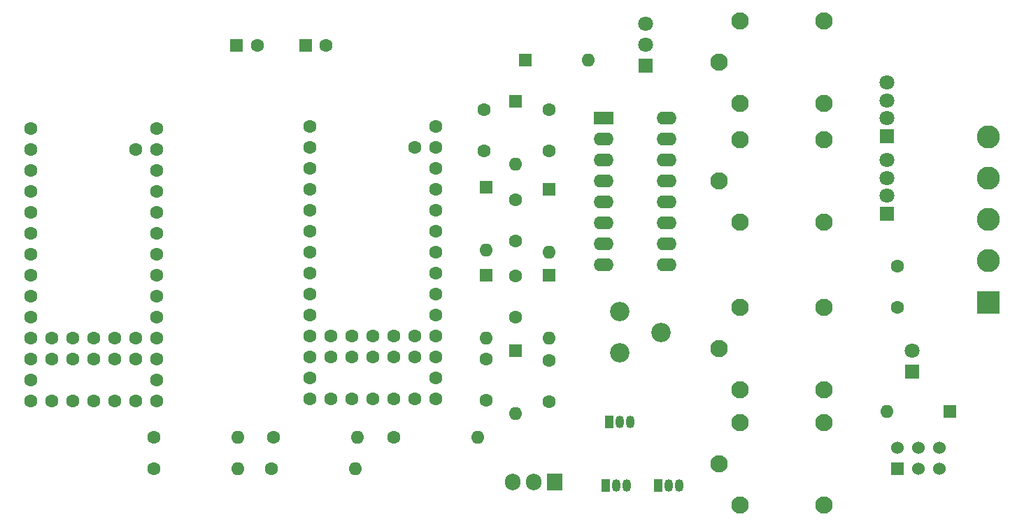
<source format=gbr>
G04 #@! TF.GenerationSoftware,KiCad,Pcbnew,5.99.0-unknown-ff9612b6da~131~ubuntu20.04.1*
G04 #@! TF.CreationDate,2021-08-29T13:57:06+09:00*
G04 #@! TF.ProjectId,Hyperwiper 2020 production prototype,48797065-7277-4697-9065-722032303230,V2.1.3*
G04 #@! TF.SameCoordinates,Original*
G04 #@! TF.FileFunction,Soldermask,Bot*
G04 #@! TF.FilePolarity,Negative*
%FSLAX46Y46*%
G04 Gerber Fmt 4.6, Leading zero omitted, Abs format (unit mm)*
G04 Created by KiCad (PCBNEW 5.99.0-unknown-ff9612b6da~131~ubuntu20.04.1) date 2021-08-29 13:57:06*
%MOMM*%
%LPD*%
G01*
G04 APERTURE LIST*
%ADD10O,1.600000X1.600000*%
%ADD11R,1.600000X1.600000*%
%ADD12R,1.800000X1.800000*%
%ADD13C,1.800000*%
%ADD14C,1.600000*%
%ADD15C,2.100000*%
%ADD16R,2.800000X2.800000*%
%ADD17C,2.800000*%
%ADD18R,1.050000X1.500000*%
%ADD19O,1.050000X1.500000*%
%ADD20R,1.905000X2.000000*%
%ADD21O,1.905000X2.000000*%
%ADD22C,2.340000*%
%ADD23R,2.400000X1.600000*%
%ADD24O,2.400000X1.600000*%
%ADD25R,1.524000X1.524000*%
%ADD26C,1.524000*%
G04 APERTURE END LIST*
D10*
G04 #@! TO.C,D11*
X184150000Y-105410000D03*
D11*
X191770000Y-105410000D03*
G04 #@! TD*
D10*
G04 #@! TO.C,D10*
X147955000Y-62865000D03*
D11*
X140335000Y-62865000D03*
G04 #@! TD*
D12*
G04 #@! TO.C,D2*
X184150000Y-81472000D03*
D13*
X184150000Y-79313000D03*
X184150000Y-77154000D03*
X184150000Y-74995000D03*
G04 #@! TD*
D14*
G04 #@! TO.C,C7*
X139192000Y-93980000D03*
X139192000Y-88980000D03*
G04 #@! TD*
D15*
G04 #@! TO.C,RLY2*
X166330000Y-68119000D03*
X176530000Y-68119000D03*
X176530000Y-58119000D03*
X166330000Y-58119000D03*
X163830000Y-63119000D03*
G04 #@! TD*
D14*
G04 #@! TO.C,C9*
X139192000Y-84796000D03*
X139192000Y-79796000D03*
G04 #@! TD*
G04 #@! TO.C,R3*
X124460000Y-108585000D03*
D10*
X134620000Y-108585000D03*
G04 #@! TD*
D11*
G04 #@! TO.C,D9*
X139192000Y-67818000D03*
D10*
X139192000Y-75438000D03*
G04 #@! TD*
D11*
G04 #@! TO.C,D5*
X143256000Y-88900000D03*
D10*
X143256000Y-96520000D03*
G04 #@! TD*
D16*
G04 #@! TO.C,J1*
X196396000Y-92195500D03*
D17*
X196396000Y-87195500D03*
X196396000Y-82195500D03*
X196396000Y-77195500D03*
X196396000Y-72195500D03*
G04 #@! TD*
D14*
G04 #@! TO.C,R2*
X109601000Y-112395000D03*
D10*
X119761000Y-112395000D03*
G04 #@! TD*
D18*
G04 #@! TO.C,Q3*
X150114000Y-114418500D03*
D19*
X151384000Y-114418500D03*
X152654000Y-114418500D03*
G04 #@! TD*
D20*
G04 #@! TO.C,Q1*
X143891000Y-113990000D03*
D21*
X141351000Y-113990000D03*
X138811000Y-113990000D03*
G04 #@! TD*
D14*
G04 #@! TO.C,C5*
X135636000Y-104120000D03*
X135636000Y-99120000D03*
G04 #@! TD*
D15*
G04 #@! TO.C,RLY4*
X166330000Y-102790000D03*
X176530000Y-102790000D03*
X176530000Y-92790000D03*
X166330000Y-92790000D03*
X163830000Y-97790000D03*
G04 #@! TD*
D14*
G04 #@! TO.C,C4*
X143256000Y-104267000D03*
X143256000Y-99267000D03*
G04 #@! TD*
D18*
G04 #@! TO.C,Q2*
X156464000Y-114418500D03*
D19*
X157734000Y-114418500D03*
X159004000Y-114418500D03*
G04 #@! TD*
D22*
G04 #@! TO.C,RV1*
X151805000Y-98360000D03*
X156805000Y-95860000D03*
X151805000Y-93360000D03*
G04 #@! TD*
D23*
G04 #@! TO.C,RN1*
X149860000Y-69850000D03*
D24*
X149860000Y-72390000D03*
X149860000Y-74930000D03*
X149860000Y-77470000D03*
X149860000Y-80010000D03*
X149860000Y-82550000D03*
X149860000Y-85090000D03*
X149860000Y-87630000D03*
X157480000Y-87630000D03*
X157480000Y-85090000D03*
X157480000Y-82550000D03*
X157480000Y-80010000D03*
X157480000Y-77470000D03*
X157480000Y-74930000D03*
X157480000Y-72390000D03*
X157480000Y-69850000D03*
G04 #@! TD*
D14*
G04 #@! TO.C,C1*
X185420000Y-92797000D03*
X185420000Y-87797000D03*
G04 #@! TD*
D11*
G04 #@! TO.C,D7*
X143256000Y-78486000D03*
D10*
X143256000Y-86106000D03*
G04 #@! TD*
D11*
G04 #@! TO.C,D8*
X135636000Y-78232000D03*
D10*
X135636000Y-85852000D03*
G04 #@! TD*
D14*
G04 #@! TO.C,R4*
X95377000Y-112395000D03*
D10*
X105537000Y-112395000D03*
G04 #@! TD*
D11*
G04 #@! TO.C,C2*
X113729900Y-61087000D03*
D14*
X116229900Y-61087000D03*
G04 #@! TD*
G04 #@! TO.C,R5*
X95377000Y-108585000D03*
D10*
X105537000Y-108585000D03*
G04 #@! TD*
D14*
G04 #@! TO.C,U1*
X114300000Y-70866000D03*
X114300000Y-73406000D03*
X114300000Y-75946000D03*
X114300000Y-78486000D03*
X114300000Y-81026000D03*
X114300000Y-83566000D03*
X114300000Y-86106000D03*
X114300000Y-88646000D03*
X114300000Y-91186000D03*
X114300000Y-93726000D03*
X114300000Y-96266000D03*
X114300000Y-98806000D03*
X114300000Y-101346000D03*
X114300000Y-103886000D03*
X116840000Y-103886000D03*
X119380000Y-103886000D03*
X121920000Y-103886000D03*
X124460000Y-103886000D03*
X127000000Y-103886000D03*
X129540000Y-103886000D03*
X129540000Y-101346000D03*
X129540000Y-98806000D03*
X129540000Y-96266000D03*
X129540000Y-93726000D03*
X129540000Y-91186000D03*
X129540000Y-88646000D03*
X129540000Y-86106000D03*
X129540000Y-83566000D03*
X129540000Y-81026000D03*
X129540000Y-78486000D03*
X129540000Y-75946000D03*
X129540000Y-73406000D03*
X129540000Y-70866000D03*
X127000000Y-73406000D03*
X127000000Y-98806000D03*
X127000000Y-96266000D03*
X124460000Y-98806000D03*
X124460000Y-96266000D03*
X121920000Y-98806000D03*
X121920000Y-96266000D03*
X119380000Y-98806000D03*
X119380000Y-96266000D03*
X116840000Y-98806000D03*
X116840000Y-96266000D03*
G04 #@! TD*
G04 #@! TO.C,U3*
X80518000Y-71120000D03*
X80518000Y-73660000D03*
X80518000Y-76200000D03*
X80518000Y-78740000D03*
X80518000Y-81280000D03*
X80518000Y-83820000D03*
X80518000Y-86360000D03*
X80518000Y-88900000D03*
X80518000Y-91440000D03*
X80518000Y-93980000D03*
X80518000Y-96520000D03*
X80518000Y-99060000D03*
X80518000Y-101600000D03*
X80518000Y-104140000D03*
X83058000Y-104140000D03*
X85598000Y-104140000D03*
X88138000Y-104140000D03*
X90678000Y-104140000D03*
X93218000Y-104140000D03*
X95758000Y-104140000D03*
X95758000Y-101600000D03*
X95758000Y-99060000D03*
X95758000Y-96520000D03*
X95758000Y-93980000D03*
X95758000Y-91440000D03*
X95758000Y-88900000D03*
X95758000Y-86360000D03*
X95758000Y-83820000D03*
X95758000Y-81280000D03*
X95758000Y-78740000D03*
X95758000Y-76200000D03*
X95758000Y-73660000D03*
X95758000Y-71120000D03*
X93218000Y-73660000D03*
X93218000Y-99060000D03*
X93218000Y-96520000D03*
X90678000Y-99060000D03*
X90678000Y-96520000D03*
X88138000Y-99060000D03*
X88138000Y-96520000D03*
X85598000Y-99060000D03*
X85598000Y-96520000D03*
X83058000Y-99060000D03*
X83058000Y-96520000D03*
G04 #@! TD*
G04 #@! TO.C,R1*
X109855000Y-108585000D03*
D10*
X120015000Y-108585000D03*
G04 #@! TD*
D15*
G04 #@! TO.C,RLY3*
X166330000Y-82470000D03*
X176530000Y-82470000D03*
X176530000Y-72470000D03*
X166330000Y-72470000D03*
X163830000Y-77470000D03*
G04 #@! TD*
D18*
G04 #@! TO.C,Q4*
X150495000Y-106680000D03*
D19*
X151765000Y-106680000D03*
X153035000Y-106680000D03*
G04 #@! TD*
D11*
G04 #@! TO.C,D4*
X139192000Y-98044000D03*
D10*
X139192000Y-105664000D03*
G04 #@! TD*
D11*
G04 #@! TO.C,C3*
X105410000Y-61087000D03*
D14*
X107910000Y-61087000D03*
G04 #@! TD*
D25*
G04 #@! TO.C,SW1*
X185420000Y-112395000D03*
D26*
X187960000Y-112395000D03*
X190500000Y-112395000D03*
X190500000Y-109855000D03*
X187960000Y-109855000D03*
X185420000Y-109855000D03*
G04 #@! TD*
D14*
G04 #@! TO.C,C8*
X135382000Y-73874000D03*
X135382000Y-68874000D03*
G04 #@! TD*
G04 #@! TO.C,C6*
X143256000Y-73874000D03*
X143256000Y-68874000D03*
G04 #@! TD*
D12*
G04 #@! TO.C,D3*
X187198000Y-100589000D03*
D13*
X187198000Y-98049000D03*
G04 #@! TD*
D15*
G04 #@! TO.C,RLY1*
X166330000Y-116760000D03*
X176530000Y-116760000D03*
X176530000Y-106760000D03*
X166330000Y-106760000D03*
X163830000Y-111760000D03*
G04 #@! TD*
D12*
G04 #@! TO.C,D1*
X184150000Y-72074000D03*
D13*
X184150000Y-69915000D03*
X184150000Y-67756000D03*
X184150000Y-65597000D03*
G04 #@! TD*
D11*
G04 #@! TO.C,D6*
X135636000Y-88900000D03*
D10*
X135636000Y-96520000D03*
G04 #@! TD*
D12*
G04 #@! TO.C,U2*
X154940000Y-63500000D03*
D13*
X154940000Y-60960000D03*
X154940000Y-58420000D03*
G04 #@! TD*
M02*

</source>
